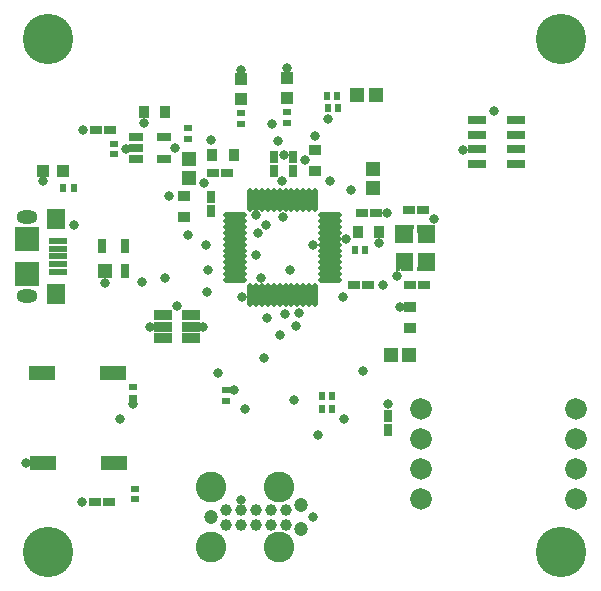
<source format=gts>
G04 Layer_Color=8388736*
%FSLAX25Y25*%
%MOIN*%
G70*
G01*
G75*
%ADD54R,0.01181X0.06299*%
%ADD55R,0.05905X0.02756*%
%ADD56R,0.05905X0.01575*%
%ADD57R,0.01181X0.06299*%
%ADD58R,0.05905X0.01575*%
%ADD59R,0.04331X0.01575*%
%ADD60R,0.01575X0.06299*%
%ADD61R,0.03556X0.04343*%
%ADD62R,0.03950X0.03162*%
%ADD63R,0.03162X0.03950*%
%ADD64R,0.04343X0.03556*%
%ADD65R,0.03162X0.05131*%
%ADD66R,0.04737X0.05131*%
%ADD67R,0.03950X0.03950*%
%ADD68R,0.03950X0.03950*%
%ADD69R,0.08280X0.08280*%
%ADD70R,0.06312X0.07099*%
%ADD71R,0.06115X0.02375*%
%ADD72C,0.03950*%
%ADD73R,0.04540X0.04737*%
%ADD74R,0.04737X0.04540*%
%ADD75R,0.03162X0.02375*%
%ADD76R,0.02375X0.03162*%
%ADD77R,0.08674X0.04737*%
%ADD78R,0.05131X0.03162*%
%ADD79R,0.05918X0.03556*%
%ADD80O,0.07887X0.01981*%
%ADD81O,0.01981X0.07887*%
%ADD82R,0.06312X0.03162*%
%ADD83R,0.05131X0.05524*%
%ADD84C,0.16800*%
%ADD85O,0.07099X0.04343*%
%ADD86C,0.04737*%
%ADD87C,0.10249*%
%ADD88C,0.07202*%
%ADD89C,0.03200*%
D54*
X191258Y168894D02*
D03*
X179447Y168894D02*
D03*
D55*
X188896Y170665D02*
D03*
D56*
X181809Y171256D02*
D03*
D57*
X191258Y159445D02*
D03*
D58*
X188896Y157083D02*
D03*
D59*
X182597Y157083D02*
D03*
D60*
X179644Y159445D02*
D03*
D61*
X101943Y209500D02*
D03*
X94857D02*
D03*
X124843Y195100D02*
D03*
X117757D02*
D03*
X166157Y169400D02*
D03*
X173243D02*
D03*
D62*
X78838Y203700D02*
D03*
X83562D02*
D03*
X169762Y152000D02*
D03*
X165038D02*
D03*
X118038Y189300D02*
D03*
X122762D02*
D03*
X172262Y175900D02*
D03*
X167538D02*
D03*
X183538Y151900D02*
D03*
X188262D02*
D03*
X188062Y177000D02*
D03*
X183338D02*
D03*
X78538Y79500D02*
D03*
X83262D02*
D03*
D63*
X144500Y189938D02*
D03*
Y194662D02*
D03*
X138200Y194462D02*
D03*
Y189738D02*
D03*
X117400Y181362D02*
D03*
Y176638D02*
D03*
X176200Y103638D02*
D03*
Y108362D02*
D03*
D64*
X151900Y189857D02*
D03*
Y196943D02*
D03*
X108200Y174457D02*
D03*
Y181543D02*
D03*
X183700Y144643D02*
D03*
Y137557D02*
D03*
D65*
X81060Y164734D02*
D03*
X88540D02*
D03*
Y156466D02*
D03*
D66*
X81847D02*
D03*
D67*
X142700Y220800D02*
D03*
Y214304D02*
D03*
X127400Y220400D02*
D03*
Y213904D02*
D03*
D68*
X61400Y190000D02*
D03*
X67896D02*
D03*
D69*
X55869Y167127D02*
D03*
Y155709D02*
D03*
D70*
X65514Y174016D02*
D03*
Y148820D02*
D03*
D71*
X66400Y161418D02*
D03*
Y163977D02*
D03*
Y166536D02*
D03*
Y158859D02*
D03*
Y156300D02*
D03*
D72*
X122300Y71900D02*
D03*
X127300D02*
D03*
X132300D02*
D03*
X137300D02*
D03*
X142300D02*
D03*
Y76900D02*
D03*
X137300D02*
D03*
X132300D02*
D03*
X127300D02*
D03*
X122300D02*
D03*
D73*
X109800Y193850D02*
D03*
Y187550D02*
D03*
X171200Y190550D02*
D03*
Y184250D02*
D03*
D74*
X172350Y215200D02*
D03*
X166050D02*
D03*
X177150Y128700D02*
D03*
X183450D02*
D03*
D75*
X109500Y200628D02*
D03*
Y204172D02*
D03*
X84800Y198972D02*
D03*
Y195428D02*
D03*
X142700Y206028D02*
D03*
Y209572D02*
D03*
X127300Y209172D02*
D03*
Y205628D02*
D03*
X91400Y117772D02*
D03*
Y114228D02*
D03*
X91900Y80457D02*
D03*
Y84000D02*
D03*
X122200Y113228D02*
D03*
Y116772D02*
D03*
D76*
X155900Y215000D02*
D03*
X159443D02*
D03*
X156128Y211000D02*
D03*
X159672D02*
D03*
X154128Y115000D02*
D03*
X157672D02*
D03*
X154128Y110500D02*
D03*
X157672D02*
D03*
X68000Y184300D02*
D03*
X71543D02*
D03*
X165128Y163500D02*
D03*
X168672D02*
D03*
D77*
X60900Y122500D02*
D03*
X84522D02*
D03*
X61278Y92500D02*
D03*
X84900D02*
D03*
D78*
X92176Y201240D02*
D03*
Y197500D02*
D03*
Y193760D02*
D03*
X101624D02*
D03*
Y201240D02*
D03*
D79*
X101176Y141740D02*
D03*
Y138000D02*
D03*
Y134260D02*
D03*
X110624D02*
D03*
Y138000D02*
D03*
Y141740D02*
D03*
D80*
X157090Y153547D02*
D03*
Y155515D02*
D03*
Y157483D02*
D03*
Y159452D02*
D03*
Y161421D02*
D03*
Y163389D02*
D03*
Y165357D02*
D03*
Y167326D02*
D03*
Y169295D02*
D03*
Y171263D02*
D03*
Y173231D02*
D03*
Y175200D02*
D03*
X125200D02*
D03*
Y173231D02*
D03*
Y171263D02*
D03*
Y169295D02*
D03*
Y167326D02*
D03*
Y165357D02*
D03*
Y163389D02*
D03*
Y161421D02*
D03*
Y159452D02*
D03*
Y157483D02*
D03*
Y155515D02*
D03*
Y153547D02*
D03*
D81*
X151972Y180318D02*
D03*
X150003D02*
D03*
X148035D02*
D03*
X146066D02*
D03*
X144098D02*
D03*
X142129D02*
D03*
X140161D02*
D03*
X138192D02*
D03*
X136224D02*
D03*
X134255D02*
D03*
X132287D02*
D03*
X130318D02*
D03*
Y148428D02*
D03*
X132287D02*
D03*
X134255D02*
D03*
X136224D02*
D03*
X138192D02*
D03*
X140161D02*
D03*
X142129D02*
D03*
X144098D02*
D03*
X146066D02*
D03*
X148035D02*
D03*
X150003D02*
D03*
X151972D02*
D03*
D82*
X218792Y206921D02*
D03*
Y202000D02*
D03*
Y192157D02*
D03*
Y197079D02*
D03*
X205800D02*
D03*
Y192157D02*
D03*
Y202000D02*
D03*
Y206921D02*
D03*
D83*
X188502Y168500D02*
D03*
Y160035D02*
D03*
X182400D02*
D03*
Y168500D02*
D03*
D84*
X62992Y233858D02*
D03*
X233858D02*
D03*
X62992Y62992D02*
D03*
X233858D02*
D03*
D85*
X55869Y174607D02*
D03*
Y148229D02*
D03*
D86*
X117300Y74400D02*
D03*
X147300Y70400D02*
D03*
Y78400D02*
D03*
D87*
X117300Y84400D02*
D03*
X139800D02*
D03*
X117300Y64400D02*
D03*
X139800D02*
D03*
D88*
X238900Y110600D02*
D03*
Y100600D02*
D03*
Y90600D02*
D03*
Y80600D02*
D03*
X187404D02*
D03*
Y90600D02*
D03*
Y100600D02*
D03*
Y110600D02*
D03*
D89*
X96916Y138000D02*
D03*
X132287Y175075D02*
D03*
X55641Y92500D02*
D03*
X61400Y186725D02*
D03*
X127400Y223675D02*
D03*
X142700Y224075D02*
D03*
X81847Y152601D02*
D03*
X180228Y144643D02*
D03*
X173243Y165928D02*
D03*
X94857Y206028D02*
D03*
X127300Y80175D02*
D03*
X141500Y195100D02*
D03*
X117200Y200100D02*
D03*
X103300Y181700D02*
D03*
X156300Y207300D02*
D03*
X151800Y201400D02*
D03*
X157000Y186700D02*
D03*
X161200Y148000D02*
D03*
X174700Y151800D02*
D03*
X179300Y155000D02*
D03*
X176200Y112361D02*
D03*
X74200Y79700D02*
D03*
X91300Y112100D02*
D03*
X176111Y175900D02*
D03*
X114700Y138000D02*
D03*
X148500Y193400D02*
D03*
X140900Y186500D02*
D03*
X151400Y74400D02*
D03*
X115500Y165357D02*
D03*
X161600Y107100D02*
D03*
X168100Y123100D02*
D03*
X132389Y162000D02*
D03*
X133900Y154200D02*
D03*
X127500Y147800D02*
D03*
X135100Y127600D02*
D03*
X145100Y113400D02*
D03*
X153000Y102000D02*
D03*
X128700Y110700D02*
D03*
X105300Y197400D02*
D03*
X211700Y209900D02*
D03*
X124900Y116772D02*
D03*
X87100Y107100D02*
D03*
X151357Y165357D02*
D03*
X116300Y156800D02*
D03*
X141400Y174600D02*
D03*
X139500Y200000D02*
D03*
X137472Y205628D02*
D03*
X164100Y183700D02*
D03*
X135700Y171900D02*
D03*
X71543D02*
D03*
X141800Y142100D02*
D03*
X119700Y122500D02*
D03*
X105900Y144800D02*
D03*
X102000Y154100D02*
D03*
X133100Y169200D02*
D03*
X94200Y153000D02*
D03*
X109600Y168400D02*
D03*
X116100Y149451D02*
D03*
X143466Y156900D02*
D03*
X115100Y186000D02*
D03*
X191700Y173800D02*
D03*
X146700Y142600D02*
D03*
X145700Y138200D02*
D03*
X74700Y203500D02*
D03*
X88800Y197300D02*
D03*
X140200Y135100D02*
D03*
X136100Y141000D02*
D03*
X201400Y197000D02*
D03*
X162300Y167200D02*
D03*
M02*

</source>
